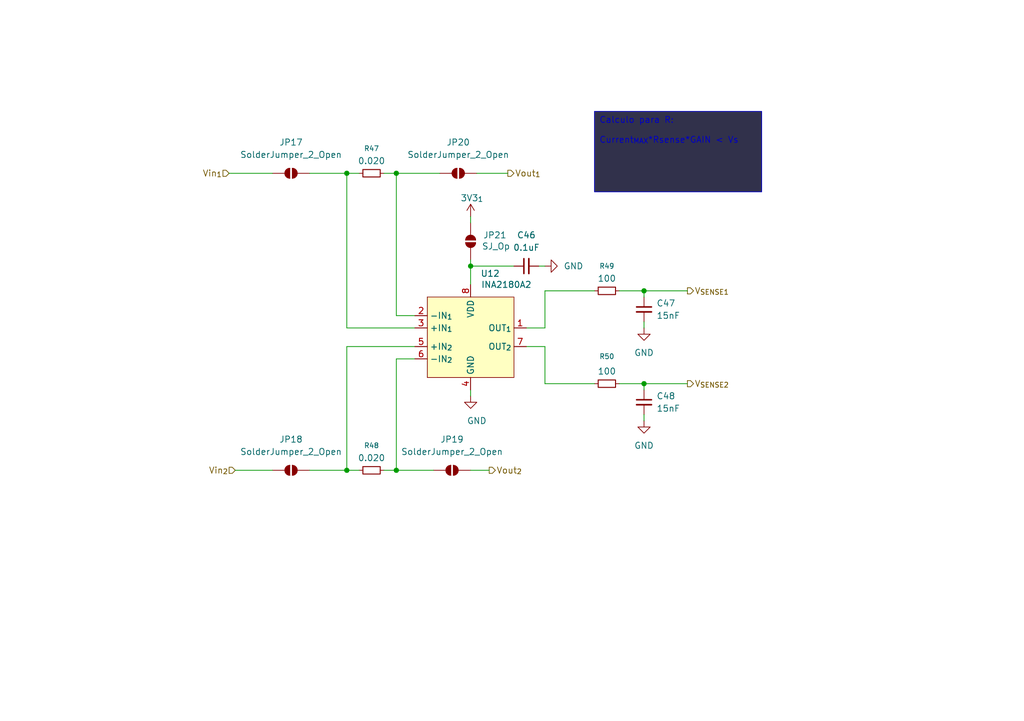
<source format=kicad_sch>
(kicad_sch (version 20250114) (generator "eeschema") (generator_version "9.0")
  (paper "A5")
  (lib_symbols
    (symbol "CompVuelo:INA2180"
      (property "Reference" "U" (at -8.382 9.398 0))
      (property "Value" "INA2180" (at 0 0 0))
      (symbol "INA2180_1_1"
        (rectangle (start -8.89 7.62) (end 8.89 -8.89) (fill (type background)))
        (pin input line (at -11.43 3.81 0) (length 2.54) (name "-IN_{1}") (number "2"))
        (pin input line (at -11.43 1.27 0) (length 2.54) (name "+IN_{1}") (number "3"))
        (pin input line (at -11.43 -2.54 0) (length 2.54) (name "+IN_{2}") (number "5"))
        (pin input line (at -11.43 -5.08 0) (length 2.54) (name "-IN_{2}") (number "6"))
        (pin power_in line (at 0 10.16 270) (length 2.54) (name "VDD") (number "8"))
        (pin passive line (at 0 -11.43 90) (length 2.54) (name "GND") (number "4"))
        (pin output line (at 11.43 1.27 180) (length 2.54) (name "OUT_{1}") (number "1"))
        (pin output line (at 11.43 -2.54 180) (length 2.54) (name "OUT_{2}") (number "7"))
      )
    )
    (symbol "Device:C_Small" (pin_numbers (hide yes)) (pin_names (offset 0.254) (hide yes))
      (property "Reference" "C" (at 0.254 1.778 0))
      (property "Value" "C_Small" (at 0.254 -2.032 0))
      (symbol "C_Small_0_1"
        (polyline (pts (xy -1.524 0.508) (xy 1.524 0.508)) (stroke (width 0.3048)))
        (polyline (pts (xy -1.524 -0.508) (xy 1.524 -0.508)) (stroke (width 0.3302)))
      )
      (symbol "C_Small_1_1"
        (pin passive line (at 0 2.54 270) (length 2.032) (name "~") (number "1"))
        (pin passive line (at 0 -2.54 90) (length 2.032) (name "~") (number "2"))
      )
    )
    (symbol "Device:R_Small" (pin_numbers (hide yes)) (pin_names (offset 0.254) (hide yes))
      (property "Reference" "R" (at 0 0 90))
      (property "Value" "R_Small" (at 1.778 0 90))
      (symbol "R_Small_0_1"
        (rectangle (start -0.762 1.778) (end 0.762 -1.778) (stroke (width 0.2032)))
      )
      (symbol "R_Small_1_1"
        (pin passive line (at 0 2.54 270) (length 0.762) (name "~") (number "1"))
        (pin passive line (at 0 -2.54 90) (length 0.762) (name "~") (number "2"))
      )
    )
    (symbol "Jumper:SolderJumper_2_Open" (pin_numbers (hide yes)) (pin_names (offset 0) (hide yes)) (in_bom no)
      (property "Reference" "JP" (at 0 2.032 0))
      (property "Value" "SolderJumper_2_Open" (at 0 -2.54 0))
      (symbol "SolderJumper_2_Open_0_1"
        (polyline (pts (xy -0.254 1.016) (xy -0.254 -1.016)))
        (arc (start -0.254 -1.016) (mid -1.2656 0) (end -0.254 1.016))
        (arc (start -0.254 -1.016) (mid -1.2656 0) (end -0.254 1.016) (fill (type outline)))
        (arc (start 0.254 1.016) (mid 1.2656 0) (end 0.254 -1.016))
        (arc (start 0.254 1.016) (mid 1.2656 0) (end 0.254 -1.016) (fill (type outline)))
        (polyline (pts (xy 0.254 1.016) (xy 0.254 -1.016)))
      )
      (symbol "SolderJumper_2_Open_1_1"
        (pin passive line (at -3.81 0 0) (length 2.54) (name "A") (number "1"))
        (pin passive line (at 3.81 0 180) (length 2.54) (name "B") (number "2"))
      )
    )
    (symbol "power:+7.5V" (power) (pin_numbers (hide yes)) (pin_names (offset 0) (hide yes))
      (property "Value" "+7.5V" (at 0 3.556 0))
      (symbol "+7.5V_0_1"
        (polyline (pts (xy -0.762 1.27) (xy 0 2.54)))
        (polyline (pts (xy 0 2.54) (xy 0.762 1.27)))
        (polyline (pts (xy 0 0) (xy 0 2.54)))
      )
      (symbol "+7.5V_1_1"
        (pin power_in line (at 0 0 90) (length 0) (name "~") (number "1"))
      )
    )
    (symbol "power:GND" (power) (pin_numbers (hide yes)) (pin_names (offset 0) (hide yes))
      (property "Value" "GND" (at 0 -3.81 0))
      (symbol "GND_0_1"
        (polyline (pts (xy 0 0) (xy 0 -1.27) (xy 1.27 -1.27) (xy 0 -2.54) (xy -1.27 -1.27) (xy 0 -1.27)))
      )
      (symbol "GND_1_1"
        (pin power_in line (at 0 0 270) (length 0) (name "~") (number "1"))
      )
    )
  )
  (text_box "Calculo para R:\n\nCurrent_{MAX}*Rsense*GAIN < Vs\n" (at 121.92 22.86 0) (size 34.29 16.51) (margins 0.9525 0.9525 0.9525 0.9525) (fill (type color) (color 49 49 75 1)) (effects (font (size 1.27 1.27)) (justify left top)))
  (junction (at 71.12 35.56))
  (junction (at 132.08 78.74))
  (junction (at 71.12 96.52))
  (junction (at 96.52 54.61))
  (junction (at 81.28 35.56))
  (junction (at 132.08 59.69))
  (junction (at 81.28 96.52))
  (wire (pts (xy 97.79 35.56) (xy 104.14 35.56)))
  (wire (pts (xy 105.41 54.61) (xy 96.52 54.61)))
  (wire (pts (xy 127 59.69) (xy 132.08 59.69)))
  (wire (pts (xy 132.08 80.01) (xy 132.08 78.74)))
  (wire (pts (xy 111.76 54.61) (xy 110.49 54.61)))
  (wire (pts (xy 46.99 35.56) (xy 55.88 35.56)))
  (wire (pts (xy 96.52 44.45) (xy 96.52 45.72)))
  (wire (pts (xy 132.08 67.31) (xy 132.08 66.04)))
  (wire (pts (xy 111.76 59.69) (xy 111.76 67.31)))
  (wire (pts (xy 127 78.74) (xy 132.08 78.74)))
  (wire (pts (xy 78.74 96.52) (xy 81.28 96.52)))
  (wire (pts (xy 111.76 67.31) (xy 107.95 67.31)))
  (wire (pts (xy 48.26 96.52) (xy 55.88 96.52)))
  (wire (pts (xy 111.76 78.74) (xy 111.76 71.12)))
  (wire (pts (xy 85.09 64.77) (xy 81.28 64.77)))
  (wire (pts (xy 132.08 78.74) (xy 140.97 78.74)))
  (wire (pts (xy 81.28 35.56) (xy 90.17 35.56)))
  (wire (pts (xy 111.76 71.12) (xy 107.95 71.12)))
  (wire (pts (xy 81.28 73.66) (xy 85.09 73.66)))
  (wire (pts (xy 81.28 64.77) (xy 81.28 35.56)))
  (wire (pts (xy 71.12 96.52) (xy 73.66 96.52)))
  (wire (pts (xy 85.09 67.31) (xy 71.12 67.31)))
  (wire (pts (xy 96.52 96.52) (xy 100.33 96.52)))
  (wire (pts (xy 71.12 35.56) (xy 73.66 35.56)))
  (wire (pts (xy 96.52 53.34) (xy 96.52 54.61)))
  (wire (pts (xy 132.08 60.96) (xy 132.08 59.69)))
  (wire (pts (xy 63.5 35.56) (xy 71.12 35.56)))
  (wire (pts (xy 96.52 54.61) (xy 96.52 58.42)))
  (wire (pts (xy 71.12 71.12) (xy 85.09 71.12)))
  (wire (pts (xy 81.28 96.52) (xy 81.28 73.66)))
  (wire (pts (xy 111.76 78.74) (xy 121.92 78.74)))
  (wire (pts (xy 111.76 59.69) (xy 121.92 59.69)))
  (wire (pts (xy 96.52 81.28) (xy 96.52 80.01)))
  (wire (pts (xy 71.12 67.31) (xy 71.12 35.56)))
  (wire (pts (xy 81.28 96.52) (xy 88.9 96.52)))
  (wire (pts (xy 78.74 35.56) (xy 81.28 35.56)))
  (wire (pts (xy 63.5 96.52) (xy 71.12 96.52)))
  (wire (pts (xy 132.08 59.69) (xy 140.97 59.69)))
  (wire (pts (xy 132.08 86.36) (xy 132.08 85.09)))
  (wire (pts (xy 71.12 96.52) (xy 71.12 71.12)))
  (hierarchical_label "Vin_{2}" (shape input) (at 48.26 96.52 180))
  (hierarchical_label "V_{SENSE1}" (shape output) (at 140.97 59.69 0))
  (hierarchical_label "Vout_{1}" (shape output) (at 104.14 35.56 0))
  (hierarchical_label "Vin_{1}" (shape input) (at 46.99 35.56 180))
  (hierarchical_label "Vout_{2}" (shape output) (at 100.33 96.52 0))
  (hierarchical_label "V_{SENSE2}" (shape output) (at 140.97 78.74 0))
  (symbol (lib_id "power:+7.5V") (at 96.52 44.45 0) (unit 1)
    (property "Reference" "#PWR097" (effects (hide yes)))
    (property "Value" "3V3_{1}" (at 96.774 40.64 0))
    (property "Description" "Power symbol creates a global label with name \"+7.5V\"" (effects (hide yes)))
    (instances (project "SupplyBoardCompVuelo" (path "" (reference "#PWR0102") (unit 1)) (path "" (reference "#PWR097") (unit 1))))
  )
  (symbol (lib_id "Device:C_Small") (at 132.08 63.5 0) (unit 1)
    (property "Reference" "C44" (at 134.62 62.2362 0) (effects (justify left)))
    (property "Value" "15nF" (at 134.62 64.7762 0) (effects (justify left)))
    (property "Footprint" "Capacitor_SMD:C_0805_2012Metric_Pad1.18x1.45mm_HandSolder" (effects (hide yes)))
    (property "Description" "Unpolarized capacitor, small symbol" (effects (hide yes)))
    (instances (project "SupplyBoardCompVuelo" (path "" (reference "C47") (unit 1)) (path "" (reference "C44") (unit 1))))
  )
  (symbol (lib_id "Jumper:SolderJumper_2_Open") (at 59.69 35.56 0) (unit 1) (in_bom no)
    (property "Reference" "JP12" (at 59.69 29.21 0))
    (property "Value" "SolderJumper_2_Open" (at 59.69 31.75 0))
    (property "Footprint" "Jumper:SolderJumper-2_P1.3mm_Open_RoundedPad1.0x1.5mm" (effects (hide yes)))
    (property "Description" "Solder Jumper, 2-pole, open" (effects (hide yes)))
    (instances (project "SupplyBoardCompVuelo" (path "" (reference "JP17") (unit 1)) (path "" (reference "JP12") (unit 1))))
  )
  (symbol (lib_id "CompVuelo:INA2180") (at 96.52 68.58 0) (unit 1)
    (property "Reference" "U11" (at 98.552 56.134 0) (effects (justify left)))
    (property "Value" "INA2180A2" (at 98.6633 58.42 0) (effects (justify left)))
    (property "Footprint" "CompVuelo:Texas_S-PDSO-G8_3x3mm_P0.65mm" (effects (hide yes)))
    (property "Datasheet" "https://www.ti.com/lit/ds/symlink/ina2180.pdf" (effects (hide yes)))
    (property "Description" "Low- and High-Side Voltage Output, Current-Sense Amplifiers" (effects (hide yes)))
    (instances (project "SupplyBoardCompVuelo" (path "" (reference "U12") (unit 1)) (path "" (reference "U11") (unit 1))))
  )
  (symbol (lib_id "Jumper:SolderJumper_2_Open") (at 93.98 35.56 0) (unit 1) (in_bom no)
    (property "Reference" "JP15" (at 93.98 29.21 0))
    (property "Value" "SolderJumper_2_Open" (at 93.98 31.75 0))
    (property "Footprint" "Jumper:SolderJumper-2_P1.3mm_Open_RoundedPad1.0x1.5mm" (effects (hide yes)))
    (property "Description" "Solder Jumper, 2-pole, open" (effects (hide yes)))
    (instances (project "SupplyBoardCompVuelo" (path "" (reference "JP20") (unit 1)) (path "" (reference "JP15") (unit 1))))
  )
  (symbol (lib_id "power:GND") (at 96.52 81.28 0) (unit 1)
    (property "Reference" "#PWR098" (effects (hide yes)))
    (property "Value" "GND" (at 97.79 86.36 0))
    (property "Description" "Power symbol creates a global label with name \"GND\" , ground" (effects (hide yes)))
    (instances (project "SupplyBoardCompVuelo" (path "" (reference "#PWR0103") (unit 1)) (path "" (reference "#PWR098") (unit 1))))
  )
  (symbol (lib_id "power:GND") (at 132.08 86.36 0) (unit 1)
    (property "Reference" "#PWR0101" (effects (hide yes)))
    (property "Value" "GND" (at 132.08 91.44 0))
    (property "Description" "Power symbol creates a global label with name \"GND\" , ground" (effects (hide yes)))
    (instances (project "SupplyBoardCompVuelo" (path "" (reference "#PWR0106") (unit 1)) (path "" (reference "#PWR0101") (unit 1))))
  )
  (symbol (lib_id "Device:R_Small") (at 76.2 35.56 90) (unit 1)
    (property "Reference" "R43" (at 76.2 30.48 90) (effects (font (size 1.016 1.016))))
    (property "Value" "0.020" (at 76.2 33.02 90))
    (property "Footprint" "Resistor_SMD:R_1206_3216Metric_Pad1.30x1.75mm_HandSolder" (effects (hide yes)))
    (property "Description" "Resistor, small symbol" (effects (hide yes)))
    (instances (project "SupplyBoardCompVuelo" (path "" (reference "R47") (unit 1)) (path "" (reference "R43") (unit 1))))
  )
  (symbol (lib_id "Jumper:SolderJumper_2_Open") (at 59.69 96.52 0) (unit 1) (in_bom no)
    (property "Reference" "JP13" (at 59.69 90.17 0))
    (property "Value" "SolderJumper_2_Open" (at 59.69 92.71 0))
    (property "Footprint" "Jumper:SolderJumper-2_P1.3mm_Open_RoundedPad1.0x1.5mm" (effects (hide yes)))
    (property "Description" "Solder Jumper, 2-pole, open" (effects (hide yes)))
    (instances (project "SupplyBoardCompVuelo" (path "" (reference "JP18") (unit 1)) (path "" (reference "JP13") (unit 1))))
  )
  (symbol (lib_id "Device:C_Small") (at 107.95 54.61 90) (unit 1)
    (property "Reference" "C43" (at 107.9563 48.26 90))
    (property "Value" "0.1uF" (at 107.9563 50.8 90))
    (property "Footprint" "Capacitor_SMD:C_0805_2012Metric_Pad1.18x1.45mm_HandSolder" (effects (hide yes)))
    (property "Description" "Unpolarized capacitor, small symbol" (effects (hide yes)))
    (instances (project "SupplyBoardCompVuelo" (path "" (reference "C46") (unit 1)) (path "" (reference "C43") (unit 1))))
  )
  (symbol (lib_id "Device:R_Small") (at 76.2 96.52 90) (unit 1)
    (property "Reference" "R44" (at 76.2 91.44 90) (effects (font (size 1.016 1.016))))
    (property "Value" "0.020" (at 76.2 93.98 90))
    (property "Footprint" "Resistor_SMD:R_1206_3216Metric_Pad1.30x1.75mm_HandSolder" (effects (hide yes)))
    (property "Description" "Resistor, small symbol" (effects (hide yes)))
    (instances (project "SupplyBoardCompVuelo" (path "" (reference "R48") (unit 1)) (path "" (reference "R44") (unit 1))))
  )
  (symbol (lib_id "power:GND") (at 111.76 54.61 90) (unit 1)
    (property "Reference" "#PWR099" (effects (hide yes)))
    (property "Value" "GND" (at 115.57 54.6099 90) (effects (justify right)))
    (property "Description" "Power symbol creates a global label with name \"GND\" , ground" (effects (hide yes)))
    (instances (project "SupplyBoardCompVuelo" (path "" (reference "#PWR0104") (unit 1)) (path "" (reference "#PWR099") (unit 1))))
  )
  (symbol (lib_id "Jumper:SolderJumper_2_Open") (at 92.71 96.52 0) (unit 1) (in_bom no)
    (property "Reference" "JP14" (at 92.71 90.17 0))
    (property "Value" "SolderJumper_2_Open" (at 92.71 92.71 0))
    (property "Footprint" "Jumper:SolderJumper-2_P1.3mm_Open_RoundedPad1.0x1.5mm" (effects (hide yes)))
    (property "Description" "Solder Jumper, 2-pole, open" (effects (hide yes)))
    (instances (project "SupplyBoardCompVuelo" (path "" (reference "JP19") (unit 1)) (path "" (reference "JP14") (unit 1))))
  )
  (symbol (lib_id "Device:R_Small") (at 124.46 78.74 90) (unit 1)
    (property "Reference" "R46" (at 124.46 73.152 90) (effects (font (size 1.016 1.016))))
    (property "Value" "100" (at 124.46 76.2 90))
    (property "Footprint" "Resistor_SMD:R_0805_2012Metric_Pad1.20x1.40mm_HandSolder" (effects (hide yes)))
    (property "Description" "Resistor, small symbol" (effects (hide yes)))
    (instances (project "SupplyBoardCompVuelo" (path "" (reference "R50") (unit 1)) (path "" (reference "R46") (unit 1))))
  )
  (symbol (lib_id "Device:C_Small") (at 132.08 82.55 0) (unit 1)
    (property "Reference" "C45" (at 134.62 81.2862 0) (effects (justify left)))
    (property "Value" "15nF" (at 134.62 83.8262 0) (effects (justify left)))
    (property "Footprint" "Capacitor_SMD:C_0805_2012Metric_Pad1.18x1.45mm_HandSolder" (effects (hide yes)))
    (property "Description" "Unpolarized capacitor, small symbol" (effects (hide yes)))
    (instances (project "SupplyBoardCompVuelo" (path "" (reference "C48") (unit 1)) (path "" (reference "C45") (unit 1))))
  )
  (symbol (lib_id "Device:R_Small") (at 124.46 59.69 90) (unit 1)
    (property "Reference" "R45" (at 124.46 54.61 90) (effects (font (size 1.016 1.016))))
    (property "Value" "100" (at 124.46 57.15 90))
    (property "Footprint" "Resistor_SMD:R_0805_2012Metric_Pad1.20x1.40mm_HandSolder" (effects (hide yes)))
    (property "Description" "Resistor, small symbol" (effects (hide yes)))
    (instances (project "SupplyBoardCompVuelo" (path "" (reference "R49") (unit 1)) (path "" (reference "R45") (unit 1))))
  )
  (symbol (lib_id "power:GND") (at 132.08 67.31 0) (unit 1)
    (property "Reference" "#PWR0100" (effects (hide yes)))
    (property "Value" "GND" (at 132.08 72.39 0))
    (property "Description" "Power symbol creates a global label with name \"GND\" , ground" (effects (hide yes)))
    (instances (project "SupplyBoardCompVuelo" (path "" (reference "#PWR0105") (unit 1)) (path "" (reference "#PWR0100") (unit 1))))
  )
  (symbol (lib_id "Jumper:SolderJumper_2_Open") (at 96.52 49.53 90) (unit 1) (in_bom no)
    (property "Reference" "JP16" (at 99.06 48.2599 90) (effects (justify right)))
    (property "Value" "SJ_Op" (at 98.806 50.546 90) (effects (justify right)))
    (property "Footprint" "Jumper:SolderJumper-2_P1.3mm_Open_RoundedPad1.0x1.5mm" (effects (hide yes)))
    (property "Description" "Solder Jumper, 2-pole, open" (effects (hide yes)))
    (instances (project "SupplyBoardCompVuelo" (path "" (reference "JP21") (unit 1)) (path "" (reference "JP16") (unit 1))))
  )
)
</source>
